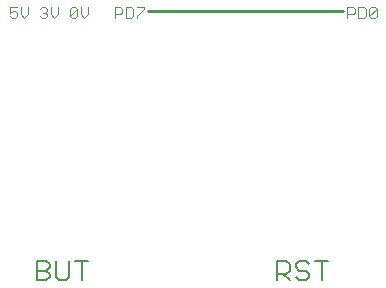
<source format=gbr>
G04 EAGLE Gerber RS-274X export*
G75*
%MOMM*%
%FSLAX34Y34*%
%LPD*%
%INSilkscreen Top*%
%IPPOS*%
%AMOC8*
5,1,8,0,0,1.08239X$1,22.5*%
G01*
%ADD10C,0.152400*%
%ADD11C,0.076200*%
%ADD12C,0.254000*%


D10*
X45212Y7112D02*
X45212Y23382D01*
X53347Y23382D01*
X56059Y20670D01*
X56059Y17959D01*
X53347Y15247D01*
X56059Y12535D01*
X56059Y9824D01*
X53347Y7112D01*
X45212Y7112D01*
X45212Y15247D02*
X53347Y15247D01*
X61584Y9824D02*
X61584Y23382D01*
X61584Y9824D02*
X64295Y7112D01*
X69719Y7112D01*
X72430Y9824D01*
X72430Y23382D01*
X83378Y23382D02*
X83378Y7112D01*
X77955Y23382D02*
X88802Y23382D01*
X248412Y23382D02*
X248412Y7112D01*
X248412Y23382D02*
X256547Y23382D01*
X259259Y20670D01*
X259259Y15247D01*
X256547Y12535D01*
X248412Y12535D01*
X253835Y12535D02*
X259259Y7112D01*
X272919Y23382D02*
X275630Y20670D01*
X272919Y23382D02*
X267495Y23382D01*
X264784Y20670D01*
X264784Y17959D01*
X267495Y15247D01*
X272919Y15247D01*
X275630Y12535D01*
X275630Y9824D01*
X272919Y7112D01*
X267495Y7112D01*
X264784Y9824D01*
X286578Y7112D02*
X286578Y23382D01*
X281155Y23382D02*
X292002Y23382D01*
D11*
X28559Y238387D02*
X22289Y238387D01*
X22289Y233684D01*
X25424Y235252D01*
X26992Y235252D01*
X28559Y233684D01*
X28559Y230549D01*
X26992Y228981D01*
X23856Y228981D01*
X22289Y230549D01*
X31644Y232116D02*
X31644Y238387D01*
X31644Y232116D02*
X34779Y228981D01*
X37914Y232116D01*
X37914Y238387D01*
X47689Y236819D02*
X49256Y238387D01*
X52392Y238387D01*
X53959Y236819D01*
X53959Y235252D01*
X52392Y233684D01*
X50824Y233684D01*
X52392Y233684D02*
X53959Y232116D01*
X53959Y230549D01*
X52392Y228981D01*
X49256Y228981D01*
X47689Y230549D01*
X57044Y232116D02*
X57044Y238387D01*
X57044Y232116D02*
X60179Y228981D01*
X63314Y232116D01*
X63314Y238387D01*
X73089Y236819D02*
X73089Y230549D01*
X73089Y236819D02*
X74656Y238387D01*
X77792Y238387D01*
X79359Y236819D01*
X79359Y230549D01*
X77792Y228981D01*
X74656Y228981D01*
X73089Y230549D01*
X79359Y236819D01*
X82444Y238387D02*
X82444Y232116D01*
X85579Y228981D01*
X88714Y232116D01*
X88714Y238387D01*
X111189Y238387D02*
X111189Y228981D01*
X111189Y238387D02*
X115892Y238387D01*
X117459Y236819D01*
X117459Y233684D01*
X115892Y232116D01*
X111189Y232116D01*
X120544Y228981D02*
X120544Y238387D01*
X120544Y228981D02*
X125247Y228981D01*
X126814Y230549D01*
X126814Y236819D01*
X125247Y238387D01*
X120544Y238387D01*
X129899Y238387D02*
X136170Y238387D01*
X136170Y236819D01*
X129899Y230549D01*
X129899Y228981D01*
X308039Y228981D02*
X308039Y238387D01*
X312742Y238387D01*
X314309Y236819D01*
X314309Y233684D01*
X312742Y232116D01*
X308039Y232116D01*
X317394Y228981D02*
X317394Y238387D01*
X317394Y228981D02*
X322097Y228981D01*
X323664Y230549D01*
X323664Y236819D01*
X322097Y238387D01*
X317394Y238387D01*
X326749Y236819D02*
X326749Y230549D01*
X326749Y236819D02*
X328317Y238387D01*
X331452Y238387D01*
X333020Y236819D01*
X333020Y230549D01*
X331452Y228981D01*
X328317Y228981D01*
X326749Y230549D01*
X333020Y236819D01*
D12*
X304800Y234950D02*
X139700Y234950D01*
M02*

</source>
